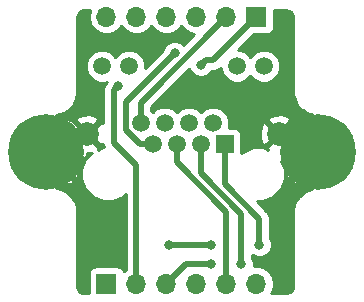
<source format=gbr>
G04 #@! TF.GenerationSoftware,KiCad,Pcbnew,(5.0.2)-1*
G04 #@! TF.CreationDate,2018-12-29T13:39:34-05:00*
G04 #@! TF.ProjectId,8P8C+LED_Horizontal_with_mounts,38503843-2b4c-4454-945f-486f72697a6f,rev?*
G04 #@! TF.SameCoordinates,Original*
G04 #@! TF.FileFunction,Copper,L2,Bot*
G04 #@! TF.FilePolarity,Positive*
%FSLAX46Y46*%
G04 Gerber Fmt 4.6, Leading zero omitted, Abs format (unit mm)*
G04 Created by KiCad (PCBNEW (5.0.2)-1) date 12/29/2018 1:39:34 PM*
%MOMM*%
%LPD*%
G01*
G04 APERTURE LIST*
G04 #@! TA.AperFunction,ComponentPad*
%ADD10C,1.500000*%
G04 #@! TD*
G04 #@! TA.AperFunction,ComponentPad*
%ADD11C,2.000000*%
G04 #@! TD*
G04 #@! TA.AperFunction,ComponentPad*
%ADD12R,1.500000X1.500000*%
G04 #@! TD*
G04 #@! TA.AperFunction,ComponentPad*
%ADD13C,0.800000*%
G04 #@! TD*
G04 #@! TA.AperFunction,ComponentPad*
%ADD14C,6.400000*%
G04 #@! TD*
G04 #@! TA.AperFunction,ComponentPad*
%ADD15R,1.700000X1.700000*%
G04 #@! TD*
G04 #@! TA.AperFunction,ComponentPad*
%ADD16O,1.700000X1.700000*%
G04 #@! TD*
G04 #@! TA.AperFunction,ViaPad*
%ADD17C,0.800000*%
G04 #@! TD*
G04 #@! TA.AperFunction,Conductor*
%ADD18C,0.525000*%
G04 #@! TD*
G04 #@! TA.AperFunction,Conductor*
%ADD19C,0.254000*%
G04 #@! TD*
G04 APERTURE END LIST*
D10*
G04 #@! TO.P,J1,12*
G04 #@! TO.N,/Y+*
X134233000Y-98175000D03*
G04 #@! TO.P,J1,11*
G04 #@! TO.N,/Y-*
X136523000Y-98175000D03*
G04 #@! TO.P,J1,10*
G04 #@! TO.N,/G+*
X145663000Y-98175000D03*
G04 #@! TO.P,J1,9*
G04 #@! TO.N,/G-*
X147953000Y-98175000D03*
D11*
G04 #@! TO.P,J1,SH*
G04 #@! TO.N,GND*
X149223000Y-103885000D03*
X132963000Y-103885000D03*
D10*
G04 #@! TO.P,J1,8*
G04 #@! TO.N,/Pin8*
X137513000Y-102995000D03*
G04 #@! TO.P,J1,6*
G04 #@! TO.N,/Pin6*
X139553000Y-102995000D03*
G04 #@! TO.P,J1,4*
G04 #@! TO.N,/Pin4*
X141593000Y-102995000D03*
G04 #@! TO.P,J1,2*
G04 #@! TO.N,/Pin2*
X143633000Y-102995000D03*
G04 #@! TO.P,J1,7*
G04 #@! TO.N,/Pin7*
X138533000Y-104775000D03*
G04 #@! TO.P,J1,5*
G04 #@! TO.N,/Pin5*
X140573000Y-104775000D03*
G04 #@! TO.P,J1,3*
G04 #@! TO.N,/Pin3*
X142613000Y-104775000D03*
D12*
G04 #@! TO.P,J1,1*
G04 #@! TO.N,/Pin1*
X144653000Y-104775000D03*
G04 #@! TD*
D13*
G04 #@! TO.P,H1,1*
G04 #@! TO.N,GND*
X131237056Y-103712944D03*
X129540000Y-103010000D03*
X127842944Y-103712944D03*
X127140000Y-105410000D03*
X127842944Y-107107056D03*
X129540000Y-107810000D03*
X131237056Y-107107056D03*
X131940000Y-105410000D03*
D14*
X129540000Y-105410000D03*
G04 #@! TD*
G04 #@! TO.P,H2,1*
G04 #@! TO.N,GND*
X152540000Y-105410000D03*
D13*
X154940000Y-105410000D03*
X154237056Y-107107056D03*
X152540000Y-107810000D03*
X150842944Y-107107056D03*
X150140000Y-105410000D03*
X150842944Y-103712944D03*
X152540000Y-103010000D03*
X154237056Y-103712944D03*
G04 #@! TD*
D15*
G04 #@! TO.P,J2,1*
G04 #@! TO.N,/Pin1*
X134620000Y-116586000D03*
D16*
G04 #@! TO.P,J2,2*
G04 #@! TO.N,/Pin2*
X137160000Y-116586000D03*
G04 #@! TO.P,J2,3*
G04 #@! TO.N,/Pin3*
X139700000Y-116586000D03*
G04 #@! TO.P,J2,4*
G04 #@! TO.N,/Pin4*
X142240000Y-116586000D03*
G04 #@! TO.P,J2,5*
G04 #@! TO.N,/Pin5*
X144780000Y-116586000D03*
G04 #@! TO.P,J2,6*
G04 #@! TO.N,/Pin6*
X147320000Y-116586000D03*
G04 #@! TD*
G04 #@! TO.P,J3,6*
G04 #@! TO.N,/Y+*
X134620000Y-93980000D03*
G04 #@! TO.P,J3,5*
G04 #@! TO.N,/Y-*
X137160000Y-93980000D03*
G04 #@! TO.P,J3,4*
G04 #@! TO.N,/G+*
X139700000Y-93980000D03*
G04 #@! TO.P,J3,3*
G04 #@! TO.N,/G-*
X142240000Y-93980000D03*
G04 #@! TO.P,J3,2*
G04 #@! TO.N,/Pin8*
X144780000Y-93980000D03*
D15*
G04 #@! TO.P,J3,1*
G04 #@! TO.N,/Pin7*
X147320000Y-93980000D03*
G04 #@! TD*
D17*
G04 #@! TO.N,/Pin2*
X135636000Y-99822000D03*
G04 #@! TO.N,/Pin7*
X140388265Y-97081265D03*
X142621000Y-98044000D03*
G04 #@! TO.N,/Pin3*
X146050000Y-114935000D03*
X143510000Y-114935000D03*
G04 #@! TO.N,/Pin1*
X147574000Y-113284000D03*
X143510000Y-113284000D03*
X139954000Y-113284000D03*
G04 #@! TD*
D18*
G04 #@! TO.N,/Pin8*
X137513000Y-101247000D02*
X144780000Y-93980000D01*
X137513000Y-102995000D02*
X137513000Y-101247000D01*
G04 #@! TO.N,/Pin2*
X137160000Y-115383919D02*
X137160000Y-116586000D01*
X137160000Y-106568498D02*
X137160000Y-115383919D01*
X135236001Y-104644499D02*
X137160000Y-106568498D01*
X135236001Y-100221999D02*
X135236001Y-104644499D01*
X135636000Y-99822000D02*
X135236001Y-100221999D01*
G04 #@! TO.N,/Pin7*
X136250499Y-101219031D02*
X140388265Y-97081265D01*
X136250499Y-103553159D02*
X136250499Y-101219031D01*
X138533000Y-104775000D02*
X137472340Y-104775000D01*
X137472340Y-104775000D02*
X136250499Y-103553159D01*
X143655999Y-97644001D02*
X147320000Y-93980000D01*
X143020999Y-97644001D02*
X143655999Y-97644001D01*
X142621000Y-98044000D02*
X143020999Y-97644001D01*
G04 #@! TO.N,/Pin5*
X140573000Y-106283000D02*
X140573000Y-104775000D01*
X144780000Y-116586000D02*
X144780000Y-110490000D01*
X144780000Y-110490000D02*
X140573000Y-106283000D01*
G04 #@! TO.N,/Pin3*
X146050000Y-110663976D02*
X146050000Y-114935000D01*
X142613000Y-104775000D02*
X142613000Y-107226976D01*
X142613000Y-107226976D02*
X146050000Y-110663976D01*
X141351000Y-114935000D02*
X139700000Y-116586000D01*
X143510000Y-114935000D02*
X141351000Y-114935000D01*
G04 #@! TO.N,/Pin1*
X147574000Y-111091948D02*
X147574000Y-113284000D01*
X144653000Y-104775000D02*
X144653000Y-108170948D01*
X144653000Y-108170948D02*
X147574000Y-111091948D01*
X143510000Y-113284000D02*
X139954000Y-113284000D01*
G04 #@! TD*
D19*
G04 #@! TO.N,GND*
G36*
X154430804Y-103698802D02*
X154416661Y-103712944D01*
X154430804Y-103727087D01*
X154251199Y-103906692D01*
X154237056Y-103892549D01*
X153699311Y-104430294D01*
X153724033Y-104635124D01*
X154109585Y-104759193D01*
X154222647Y-104872255D01*
X154017820Y-104896977D01*
X153891691Y-105288931D01*
X153925158Y-105699318D01*
X154017820Y-105923023D01*
X154222647Y-105947745D01*
X154105762Y-106064630D01*
X154119351Y-106078219D01*
X153947738Y-106092214D01*
X153724033Y-106184876D01*
X153699311Y-106389706D01*
X154237056Y-106927451D01*
X154251199Y-106913309D01*
X154430804Y-107092914D01*
X154416661Y-107107056D01*
X154430804Y-107121199D01*
X154251199Y-107300804D01*
X154237056Y-107286661D01*
X154222914Y-107300804D01*
X154043309Y-107121199D01*
X154057451Y-107107056D01*
X153519706Y-106569311D01*
X153314876Y-106594033D01*
X153190807Y-106979585D01*
X153077745Y-107092647D01*
X153053023Y-106887820D01*
X152661069Y-106761691D01*
X152250682Y-106795158D01*
X152026977Y-106887820D01*
X152002255Y-107092647D01*
X151885370Y-106975762D01*
X151871781Y-106989351D01*
X151857786Y-106817738D01*
X151765124Y-106594033D01*
X151560294Y-106569311D01*
X151022549Y-107107056D01*
X151036692Y-107121199D01*
X150857087Y-107300804D01*
X150842944Y-107286661D01*
X150305199Y-107824406D01*
X150329921Y-108029236D01*
X150721875Y-108155365D01*
X151132262Y-108121898D01*
X151355967Y-108029236D01*
X151380689Y-107824409D01*
X151497574Y-107941294D01*
X151511163Y-107927705D01*
X151525158Y-108099318D01*
X151617820Y-108323023D01*
X151822650Y-108347745D01*
X152360395Y-107810000D01*
X152346253Y-107795858D01*
X152525858Y-107616253D01*
X152540000Y-107630395D01*
X152554143Y-107616253D01*
X152733748Y-107795858D01*
X152719605Y-107810000D01*
X152733748Y-107824143D01*
X152554143Y-108003748D01*
X152540000Y-107989605D01*
X152002255Y-108527350D01*
X152006178Y-108559849D01*
X151936632Y-108572112D01*
X151522165Y-108722966D01*
X151308621Y-108846256D01*
X151308620Y-108846257D01*
X150970744Y-109129769D01*
X150839614Y-109286044D01*
X150812247Y-109318659D01*
X150591714Y-109700632D01*
X150591711Y-109700635D01*
X150507376Y-109932344D01*
X150432122Y-110359135D01*
X150420000Y-110420075D01*
X150420001Y-116777875D01*
X150375935Y-117027787D01*
X150280596Y-117192919D01*
X150134524Y-117315488D01*
X149925532Y-117391555D01*
X149829004Y-117400000D01*
X148562096Y-117400000D01*
X148718839Y-117165418D01*
X148834092Y-116586000D01*
X148718839Y-116006582D01*
X148390625Y-115515375D01*
X147899418Y-115187161D01*
X147466256Y-115101000D01*
X147173744Y-115101000D01*
X147085000Y-115118652D01*
X147085000Y-114729126D01*
X146947500Y-114397171D01*
X146947500Y-114121211D01*
X146987720Y-114161431D01*
X147368126Y-114319000D01*
X147779874Y-114319000D01*
X148160280Y-114161431D01*
X148451431Y-113870280D01*
X148609000Y-113489874D01*
X148609000Y-113078126D01*
X148471500Y-112746171D01*
X148471500Y-111180339D01*
X148489082Y-111091948D01*
X148471500Y-111003557D01*
X148471500Y-111003553D01*
X148419426Y-110741761D01*
X148333585Y-110613291D01*
X148271133Y-110519824D01*
X148271131Y-110519822D01*
X148221061Y-110444887D01*
X148146126Y-110394817D01*
X147326309Y-109575000D01*
X147892542Y-109575000D01*
X148723187Y-109230935D01*
X149358935Y-108595187D01*
X149703000Y-107764542D01*
X149703000Y-106865458D01*
X149417618Y-106176486D01*
X149485370Y-106244238D01*
X149602255Y-106127353D01*
X149626977Y-106332180D01*
X150012529Y-106456249D01*
X150125591Y-106569311D01*
X149920764Y-106594033D01*
X149794635Y-106985987D01*
X149828102Y-107396374D01*
X149920764Y-107620079D01*
X150125594Y-107644801D01*
X150663339Y-107107056D01*
X150649197Y-107092914D01*
X150828802Y-106913309D01*
X150842944Y-106927451D01*
X151380689Y-106389706D01*
X151355967Y-106184876D01*
X150970415Y-106060807D01*
X150857353Y-105947745D01*
X151062180Y-105923023D01*
X151188309Y-105531069D01*
X151154842Y-105120682D01*
X151062180Y-104896977D01*
X150857353Y-104872255D01*
X150974238Y-104755370D01*
X150960649Y-104741781D01*
X151132262Y-104727786D01*
X151355967Y-104635124D01*
X151380689Y-104430294D01*
X150860031Y-103909636D01*
X150845994Y-103530289D01*
X150857087Y-103519197D01*
X151036692Y-103698802D01*
X151022549Y-103712944D01*
X151560294Y-104250689D01*
X151765124Y-104225967D01*
X151889193Y-103840415D01*
X152002255Y-103727353D01*
X152026977Y-103932180D01*
X152418931Y-104058309D01*
X152829318Y-104024842D01*
X153053023Y-103932180D01*
X153077745Y-103727353D01*
X153194630Y-103844238D01*
X153208219Y-103830649D01*
X153222214Y-104002262D01*
X153314876Y-104225967D01*
X153519706Y-104250689D01*
X154057451Y-103712944D01*
X154043309Y-103698802D01*
X154222914Y-103519197D01*
X154237056Y-103533339D01*
X154251199Y-103519197D01*
X154430804Y-103698802D01*
X154430804Y-103698802D01*
G37*
X154430804Y-103698802D02*
X154416661Y-103712944D01*
X154430804Y-103727087D01*
X154251199Y-103906692D01*
X154237056Y-103892549D01*
X153699311Y-104430294D01*
X153724033Y-104635124D01*
X154109585Y-104759193D01*
X154222647Y-104872255D01*
X154017820Y-104896977D01*
X153891691Y-105288931D01*
X153925158Y-105699318D01*
X154017820Y-105923023D01*
X154222647Y-105947745D01*
X154105762Y-106064630D01*
X154119351Y-106078219D01*
X153947738Y-106092214D01*
X153724033Y-106184876D01*
X153699311Y-106389706D01*
X154237056Y-106927451D01*
X154251199Y-106913309D01*
X154430804Y-107092914D01*
X154416661Y-107107056D01*
X154430804Y-107121199D01*
X154251199Y-107300804D01*
X154237056Y-107286661D01*
X154222914Y-107300804D01*
X154043309Y-107121199D01*
X154057451Y-107107056D01*
X153519706Y-106569311D01*
X153314876Y-106594033D01*
X153190807Y-106979585D01*
X153077745Y-107092647D01*
X153053023Y-106887820D01*
X152661069Y-106761691D01*
X152250682Y-106795158D01*
X152026977Y-106887820D01*
X152002255Y-107092647D01*
X151885370Y-106975762D01*
X151871781Y-106989351D01*
X151857786Y-106817738D01*
X151765124Y-106594033D01*
X151560294Y-106569311D01*
X151022549Y-107107056D01*
X151036692Y-107121199D01*
X150857087Y-107300804D01*
X150842944Y-107286661D01*
X150305199Y-107824406D01*
X150329921Y-108029236D01*
X150721875Y-108155365D01*
X151132262Y-108121898D01*
X151355967Y-108029236D01*
X151380689Y-107824409D01*
X151497574Y-107941294D01*
X151511163Y-107927705D01*
X151525158Y-108099318D01*
X151617820Y-108323023D01*
X151822650Y-108347745D01*
X152360395Y-107810000D01*
X152346253Y-107795858D01*
X152525858Y-107616253D01*
X152540000Y-107630395D01*
X152554143Y-107616253D01*
X152733748Y-107795858D01*
X152719605Y-107810000D01*
X152733748Y-107824143D01*
X152554143Y-108003748D01*
X152540000Y-107989605D01*
X152002255Y-108527350D01*
X152006178Y-108559849D01*
X151936632Y-108572112D01*
X151522165Y-108722966D01*
X151308621Y-108846256D01*
X151308620Y-108846257D01*
X150970744Y-109129769D01*
X150839614Y-109286044D01*
X150812247Y-109318659D01*
X150591714Y-109700632D01*
X150591711Y-109700635D01*
X150507376Y-109932344D01*
X150432122Y-110359135D01*
X150420000Y-110420075D01*
X150420001Y-116777875D01*
X150375935Y-117027787D01*
X150280596Y-117192919D01*
X150134524Y-117315488D01*
X149925532Y-117391555D01*
X149829004Y-117400000D01*
X148562096Y-117400000D01*
X148718839Y-117165418D01*
X148834092Y-116586000D01*
X148718839Y-116006582D01*
X148390625Y-115515375D01*
X147899418Y-115187161D01*
X147466256Y-115101000D01*
X147173744Y-115101000D01*
X147085000Y-115118652D01*
X147085000Y-114729126D01*
X146947500Y-114397171D01*
X146947500Y-114121211D01*
X146987720Y-114161431D01*
X147368126Y-114319000D01*
X147779874Y-114319000D01*
X148160280Y-114161431D01*
X148451431Y-113870280D01*
X148609000Y-113489874D01*
X148609000Y-113078126D01*
X148471500Y-112746171D01*
X148471500Y-111180339D01*
X148489082Y-111091948D01*
X148471500Y-111003557D01*
X148471500Y-111003553D01*
X148419426Y-110741761D01*
X148333585Y-110613291D01*
X148271133Y-110519824D01*
X148271131Y-110519822D01*
X148221061Y-110444887D01*
X148146126Y-110394817D01*
X147326309Y-109575000D01*
X147892542Y-109575000D01*
X148723187Y-109230935D01*
X149358935Y-108595187D01*
X149703000Y-107764542D01*
X149703000Y-106865458D01*
X149417618Y-106176486D01*
X149485370Y-106244238D01*
X149602255Y-106127353D01*
X149626977Y-106332180D01*
X150012529Y-106456249D01*
X150125591Y-106569311D01*
X149920764Y-106594033D01*
X149794635Y-106985987D01*
X149828102Y-107396374D01*
X149920764Y-107620079D01*
X150125594Y-107644801D01*
X150663339Y-107107056D01*
X150649197Y-107092914D01*
X150828802Y-106913309D01*
X150842944Y-106927451D01*
X151380689Y-106389706D01*
X151355967Y-106184876D01*
X150970415Y-106060807D01*
X150857353Y-105947745D01*
X151062180Y-105923023D01*
X151188309Y-105531069D01*
X151154842Y-105120682D01*
X151062180Y-104896977D01*
X150857353Y-104872255D01*
X150974238Y-104755370D01*
X150960649Y-104741781D01*
X151132262Y-104727786D01*
X151355967Y-104635124D01*
X151380689Y-104430294D01*
X150860031Y-103909636D01*
X150845994Y-103530289D01*
X150857087Y-103519197D01*
X151036692Y-103698802D01*
X151022549Y-103712944D01*
X151560294Y-104250689D01*
X151765124Y-104225967D01*
X151889193Y-103840415D01*
X152002255Y-103727353D01*
X152026977Y-103932180D01*
X152418931Y-104058309D01*
X152829318Y-104024842D01*
X153053023Y-103932180D01*
X153077745Y-103727353D01*
X153194630Y-103844238D01*
X153208219Y-103830649D01*
X153222214Y-104002262D01*
X153314876Y-104225967D01*
X153519706Y-104250689D01*
X154057451Y-103712944D01*
X154043309Y-103698802D01*
X154222914Y-103519197D01*
X154237056Y-103533339D01*
X154251199Y-103519197D01*
X154430804Y-103698802D01*
G36*
X131317092Y-103620461D02*
X131324954Y-103832936D01*
X131251199Y-103906692D01*
X131237056Y-103892549D01*
X130699311Y-104430294D01*
X130724033Y-104635124D01*
X131109585Y-104759193D01*
X131222647Y-104872255D01*
X131017820Y-104896977D01*
X130891691Y-105288931D01*
X130925158Y-105699318D01*
X131017820Y-105923023D01*
X131222647Y-105947745D01*
X131105762Y-106064630D01*
X131119351Y-106078219D01*
X130947738Y-106092214D01*
X130724033Y-106184876D01*
X130699311Y-106389706D01*
X131237056Y-106927451D01*
X131251199Y-106913309D01*
X131430804Y-107092914D01*
X131416661Y-107107056D01*
X131954406Y-107644801D01*
X132159236Y-107620079D01*
X132285365Y-107228125D01*
X132251898Y-106817738D01*
X132159236Y-106594033D01*
X131954409Y-106569311D01*
X132071294Y-106452426D01*
X132057705Y-106438837D01*
X132229318Y-106424842D01*
X132453023Y-106332180D01*
X132477745Y-106127350D01*
X131940000Y-105589605D01*
X131925858Y-105603748D01*
X131746253Y-105424143D01*
X131760395Y-105410000D01*
X131746253Y-105395858D01*
X131925858Y-105216253D01*
X131940000Y-105230395D01*
X131954143Y-105216253D01*
X132133748Y-105395858D01*
X132119605Y-105410000D01*
X132657350Y-105947745D01*
X132862180Y-105923023D01*
X132988309Y-105531069D01*
X132987424Y-105520215D01*
X133348460Y-105506856D01*
X133359662Y-105502216D01*
X132827065Y-106034813D01*
X132483000Y-106865458D01*
X132483000Y-107764542D01*
X132827065Y-108595187D01*
X133462813Y-109230935D01*
X134293458Y-109575000D01*
X135192542Y-109575000D01*
X136023187Y-109230935D01*
X136262500Y-108991622D01*
X136262501Y-115295520D01*
X136262500Y-115295525D01*
X136262500Y-115399697D01*
X136089375Y-115515375D01*
X136077184Y-115533619D01*
X136068157Y-115488235D01*
X135927809Y-115278191D01*
X135717765Y-115137843D01*
X135470000Y-115088560D01*
X133770000Y-115088560D01*
X133522235Y-115137843D01*
X133312191Y-115278191D01*
X133171843Y-115488235D01*
X133122560Y-115736000D01*
X133122560Y-117400000D01*
X132777119Y-117400000D01*
X132527213Y-117355935D01*
X132362081Y-117260596D01*
X132239512Y-117114524D01*
X132163445Y-116905532D01*
X132155000Y-116809004D01*
X132155000Y-110420074D01*
X132148920Y-110389507D01*
X132133004Y-110207587D01*
X132108997Y-110117990D01*
X132092888Y-110026632D01*
X131942034Y-109612165D01*
X131818744Y-109398621D01*
X131818743Y-109398620D01*
X131535231Y-109060744D01*
X131346340Y-108902246D01*
X131346338Y-108902245D01*
X130964367Y-108681713D01*
X130964368Y-108681713D01*
X130964365Y-108681711D01*
X130732656Y-108597376D01*
X130315115Y-108523753D01*
X130374238Y-108464630D01*
X130257353Y-108347745D01*
X130462180Y-108323023D01*
X130586249Y-107937471D01*
X130699311Y-107824409D01*
X130724033Y-108029236D01*
X131115987Y-108155365D01*
X131526374Y-108121898D01*
X131750079Y-108029236D01*
X131774801Y-107824406D01*
X131237056Y-107286661D01*
X131222914Y-107300804D01*
X131043309Y-107121199D01*
X131057451Y-107107056D01*
X130519706Y-106569311D01*
X130314876Y-106594033D01*
X130190807Y-106979585D01*
X130077745Y-107092647D01*
X130053023Y-106887820D01*
X129661069Y-106761691D01*
X129250682Y-106795158D01*
X129026977Y-106887820D01*
X129002255Y-107092647D01*
X128885370Y-106975762D01*
X128871781Y-106989351D01*
X128857786Y-106817738D01*
X128765124Y-106594033D01*
X128560294Y-106569311D01*
X128022549Y-107107056D01*
X128036692Y-107121199D01*
X127857087Y-107300804D01*
X127842944Y-107286661D01*
X127828802Y-107300804D01*
X127649197Y-107121199D01*
X127663339Y-107107056D01*
X127649197Y-107092914D01*
X127828802Y-106913309D01*
X127842944Y-106927451D01*
X128380689Y-106389706D01*
X128355967Y-106184876D01*
X127970415Y-106060807D01*
X127857353Y-105947745D01*
X128062180Y-105923023D01*
X128188309Y-105531069D01*
X128154842Y-105120682D01*
X128062180Y-104896977D01*
X127857353Y-104872255D01*
X127974238Y-104755370D01*
X127960649Y-104741781D01*
X128132262Y-104727786D01*
X128355967Y-104635124D01*
X128380689Y-104430294D01*
X127842944Y-103892549D01*
X127828802Y-103906692D01*
X127649197Y-103727087D01*
X127663339Y-103712944D01*
X127649197Y-103698802D01*
X127828802Y-103519197D01*
X127842944Y-103533339D01*
X127857087Y-103519197D01*
X128036692Y-103698802D01*
X128022549Y-103712944D01*
X128560294Y-104250689D01*
X128765124Y-104225967D01*
X128889193Y-103840415D01*
X129002255Y-103727353D01*
X129026977Y-103932180D01*
X129418931Y-104058309D01*
X129829318Y-104024842D01*
X130053023Y-103932180D01*
X130077745Y-103727353D01*
X130194630Y-103844238D01*
X130208219Y-103830649D01*
X130222214Y-104002262D01*
X130314876Y-104225967D01*
X130519706Y-104250689D01*
X131057451Y-103712944D01*
X131043309Y-103698802D01*
X131222914Y-103519197D01*
X131237056Y-103533339D01*
X131415903Y-103354492D01*
X131317092Y-103620461D01*
X131317092Y-103620461D01*
G37*
X131317092Y-103620461D02*
X131324954Y-103832936D01*
X131251199Y-103906692D01*
X131237056Y-103892549D01*
X130699311Y-104430294D01*
X130724033Y-104635124D01*
X131109585Y-104759193D01*
X131222647Y-104872255D01*
X131017820Y-104896977D01*
X130891691Y-105288931D01*
X130925158Y-105699318D01*
X131017820Y-105923023D01*
X131222647Y-105947745D01*
X131105762Y-106064630D01*
X131119351Y-106078219D01*
X130947738Y-106092214D01*
X130724033Y-106184876D01*
X130699311Y-106389706D01*
X131237056Y-106927451D01*
X131251199Y-106913309D01*
X131430804Y-107092914D01*
X131416661Y-107107056D01*
X131954406Y-107644801D01*
X132159236Y-107620079D01*
X132285365Y-107228125D01*
X132251898Y-106817738D01*
X132159236Y-106594033D01*
X131954409Y-106569311D01*
X132071294Y-106452426D01*
X132057705Y-106438837D01*
X132229318Y-106424842D01*
X132453023Y-106332180D01*
X132477745Y-106127350D01*
X131940000Y-105589605D01*
X131925858Y-105603748D01*
X131746253Y-105424143D01*
X131760395Y-105410000D01*
X131746253Y-105395858D01*
X131925858Y-105216253D01*
X131940000Y-105230395D01*
X131954143Y-105216253D01*
X132133748Y-105395858D01*
X132119605Y-105410000D01*
X132657350Y-105947745D01*
X132862180Y-105923023D01*
X132988309Y-105531069D01*
X132987424Y-105520215D01*
X133348460Y-105506856D01*
X133359662Y-105502216D01*
X132827065Y-106034813D01*
X132483000Y-106865458D01*
X132483000Y-107764542D01*
X132827065Y-108595187D01*
X133462813Y-109230935D01*
X134293458Y-109575000D01*
X135192542Y-109575000D01*
X136023187Y-109230935D01*
X136262500Y-108991622D01*
X136262501Y-115295520D01*
X136262500Y-115295525D01*
X136262500Y-115399697D01*
X136089375Y-115515375D01*
X136077184Y-115533619D01*
X136068157Y-115488235D01*
X135927809Y-115278191D01*
X135717765Y-115137843D01*
X135470000Y-115088560D01*
X133770000Y-115088560D01*
X133522235Y-115137843D01*
X133312191Y-115278191D01*
X133171843Y-115488235D01*
X133122560Y-115736000D01*
X133122560Y-117400000D01*
X132777119Y-117400000D01*
X132527213Y-117355935D01*
X132362081Y-117260596D01*
X132239512Y-117114524D01*
X132163445Y-116905532D01*
X132155000Y-116809004D01*
X132155000Y-110420074D01*
X132148920Y-110389507D01*
X132133004Y-110207587D01*
X132108997Y-110117990D01*
X132092888Y-110026632D01*
X131942034Y-109612165D01*
X131818744Y-109398621D01*
X131818743Y-109398620D01*
X131535231Y-109060744D01*
X131346340Y-108902246D01*
X131346338Y-108902245D01*
X130964367Y-108681713D01*
X130964368Y-108681713D01*
X130964365Y-108681711D01*
X130732656Y-108597376D01*
X130315115Y-108523753D01*
X130374238Y-108464630D01*
X130257353Y-108347745D01*
X130462180Y-108323023D01*
X130586249Y-107937471D01*
X130699311Y-107824409D01*
X130724033Y-108029236D01*
X131115987Y-108155365D01*
X131526374Y-108121898D01*
X131750079Y-108029236D01*
X131774801Y-107824406D01*
X131237056Y-107286661D01*
X131222914Y-107300804D01*
X131043309Y-107121199D01*
X131057451Y-107107056D01*
X130519706Y-106569311D01*
X130314876Y-106594033D01*
X130190807Y-106979585D01*
X130077745Y-107092647D01*
X130053023Y-106887820D01*
X129661069Y-106761691D01*
X129250682Y-106795158D01*
X129026977Y-106887820D01*
X129002255Y-107092647D01*
X128885370Y-106975762D01*
X128871781Y-106989351D01*
X128857786Y-106817738D01*
X128765124Y-106594033D01*
X128560294Y-106569311D01*
X128022549Y-107107056D01*
X128036692Y-107121199D01*
X127857087Y-107300804D01*
X127842944Y-107286661D01*
X127828802Y-107300804D01*
X127649197Y-107121199D01*
X127663339Y-107107056D01*
X127649197Y-107092914D01*
X127828802Y-106913309D01*
X127842944Y-106927451D01*
X128380689Y-106389706D01*
X128355967Y-106184876D01*
X127970415Y-106060807D01*
X127857353Y-105947745D01*
X128062180Y-105923023D01*
X128188309Y-105531069D01*
X128154842Y-105120682D01*
X128062180Y-104896977D01*
X127857353Y-104872255D01*
X127974238Y-104755370D01*
X127960649Y-104741781D01*
X128132262Y-104727786D01*
X128355967Y-104635124D01*
X128380689Y-104430294D01*
X127842944Y-103892549D01*
X127828802Y-103906692D01*
X127649197Y-103727087D01*
X127663339Y-103712944D01*
X127649197Y-103698802D01*
X127828802Y-103519197D01*
X127842944Y-103533339D01*
X127857087Y-103519197D01*
X128036692Y-103698802D01*
X128022549Y-103712944D01*
X128560294Y-104250689D01*
X128765124Y-104225967D01*
X128889193Y-103840415D01*
X129002255Y-103727353D01*
X129026977Y-103932180D01*
X129418931Y-104058309D01*
X129829318Y-104024842D01*
X130053023Y-103932180D01*
X130077745Y-103727353D01*
X130194630Y-103844238D01*
X130208219Y-103830649D01*
X130222214Y-104002262D01*
X130314876Y-104225967D01*
X130519706Y-104250689D01*
X131057451Y-103712944D01*
X131043309Y-103698802D01*
X131222914Y-103519197D01*
X131237056Y-103533339D01*
X131415903Y-103354492D01*
X131317092Y-103620461D01*
G36*
X129733748Y-107795858D02*
X129719605Y-107810000D01*
X129733748Y-107824143D01*
X129554143Y-108003748D01*
X129540000Y-107989605D01*
X129525858Y-108003748D01*
X129346253Y-107824143D01*
X129360395Y-107810000D01*
X129346253Y-107795858D01*
X129525858Y-107616253D01*
X129540000Y-107630395D01*
X129554143Y-107616253D01*
X129733748Y-107795858D01*
X129733748Y-107795858D01*
G37*
X129733748Y-107795858D02*
X129719605Y-107810000D01*
X129733748Y-107824143D01*
X129554143Y-108003748D01*
X129540000Y-107989605D01*
X129525858Y-108003748D01*
X129346253Y-107824143D01*
X129360395Y-107810000D01*
X129346253Y-107795858D01*
X129525858Y-107616253D01*
X129540000Y-107630395D01*
X129554143Y-107616253D01*
X129733748Y-107795858D01*
G36*
X155133748Y-105395858D02*
X155119605Y-105410000D01*
X155133748Y-105424143D01*
X154954143Y-105603748D01*
X154940000Y-105589605D01*
X154925858Y-105603748D01*
X154746253Y-105424143D01*
X154760395Y-105410000D01*
X154746253Y-105395858D01*
X154925858Y-105216253D01*
X154940000Y-105230395D01*
X154954143Y-105216253D01*
X155133748Y-105395858D01*
X155133748Y-105395858D01*
G37*
X155133748Y-105395858D02*
X155119605Y-105410000D01*
X155133748Y-105424143D01*
X154954143Y-105603748D01*
X154940000Y-105589605D01*
X154925858Y-105603748D01*
X154746253Y-105424143D01*
X154760395Y-105410000D01*
X154746253Y-105395858D01*
X154925858Y-105216253D01*
X154940000Y-105230395D01*
X154954143Y-105216253D01*
X155133748Y-105395858D01*
G36*
X150333748Y-105395858D02*
X150319605Y-105410000D01*
X150333748Y-105424143D01*
X150154143Y-105603748D01*
X150140000Y-105589605D01*
X150125858Y-105603748D01*
X149946253Y-105424143D01*
X149960395Y-105410000D01*
X149946253Y-105395858D01*
X149995622Y-105346488D01*
X150097264Y-105304387D01*
X150128772Y-105219167D01*
X150140000Y-105230395D01*
X150154143Y-105216253D01*
X150333748Y-105395858D01*
X150333748Y-105395858D01*
G37*
X150333748Y-105395858D02*
X150319605Y-105410000D01*
X150333748Y-105424143D01*
X150154143Y-105603748D01*
X150140000Y-105589605D01*
X150125858Y-105603748D01*
X149946253Y-105424143D01*
X149960395Y-105410000D01*
X149946253Y-105395858D01*
X149995622Y-105346488D01*
X150097264Y-105304387D01*
X150128772Y-105219167D01*
X150140000Y-105230395D01*
X150154143Y-105216253D01*
X150333748Y-105395858D01*
G36*
X127333748Y-105395858D02*
X127319605Y-105410000D01*
X127333748Y-105424143D01*
X127154143Y-105603748D01*
X127140000Y-105589605D01*
X127125858Y-105603748D01*
X126946253Y-105424143D01*
X126960395Y-105410000D01*
X126946253Y-105395858D01*
X127125858Y-105216253D01*
X127140000Y-105230395D01*
X127154143Y-105216253D01*
X127333748Y-105395858D01*
X127333748Y-105395858D01*
G37*
X127333748Y-105395858D02*
X127319605Y-105410000D01*
X127333748Y-105424143D01*
X127154143Y-105603748D01*
X127140000Y-105589605D01*
X127125858Y-105603748D01*
X126946253Y-105424143D01*
X126960395Y-105410000D01*
X126946253Y-105395858D01*
X127125858Y-105216253D01*
X127140000Y-105230395D01*
X127154143Y-105216253D01*
X127333748Y-105395858D01*
G36*
X150047787Y-93464065D02*
X150212920Y-93559405D01*
X150335488Y-93705477D01*
X150411555Y-93914465D01*
X150420000Y-94010996D01*
X150420001Y-100399926D01*
X150426079Y-100430484D01*
X150441996Y-100612413D01*
X150466003Y-100702010D01*
X150482112Y-100793368D01*
X150632965Y-101207830D01*
X150632966Y-101207835D01*
X150756257Y-101421380D01*
X151039769Y-101759256D01*
X151228660Y-101917754D01*
X151228662Y-101917755D01*
X151610632Y-102138287D01*
X151610633Y-102138287D01*
X151610635Y-102138289D01*
X151842344Y-102222624D01*
X152007198Y-102251692D01*
X152002255Y-102292650D01*
X152540000Y-102830395D01*
X152554143Y-102816253D01*
X152733748Y-102995858D01*
X152719605Y-103010000D01*
X152733748Y-103024143D01*
X152554143Y-103203748D01*
X152540000Y-103189605D01*
X152525858Y-103203748D01*
X152346253Y-103024143D01*
X152360395Y-103010000D01*
X151822650Y-102472255D01*
X151617820Y-102496977D01*
X151493751Y-102882529D01*
X151380689Y-102995591D01*
X151355967Y-102790764D01*
X150964013Y-102664635D01*
X150553626Y-102698102D01*
X150329921Y-102790764D01*
X150307009Y-102980596D01*
X150110596Y-103177009D01*
X149920764Y-103199921D01*
X149841564Y-103446041D01*
X149402605Y-103885000D01*
X149908082Y-104390477D01*
X149850682Y-104395158D01*
X149640580Y-104482185D01*
X149223000Y-104064605D01*
X148250073Y-105037532D01*
X148322355Y-105233035D01*
X147892542Y-105055000D01*
X146993458Y-105055000D01*
X146162813Y-105399065D01*
X146050440Y-105511438D01*
X146050440Y-104025000D01*
X146001157Y-103777235D01*
X145896404Y-103620461D01*
X147577092Y-103620461D01*
X147601144Y-104270460D01*
X147803613Y-104759264D01*
X148070468Y-104857927D01*
X149043395Y-103885000D01*
X148070468Y-102912073D01*
X147803613Y-103010736D01*
X147577092Y-103620461D01*
X145896404Y-103620461D01*
X145860809Y-103567191D01*
X145650765Y-103426843D01*
X145403000Y-103377560D01*
X144973652Y-103377560D01*
X145018000Y-103270494D01*
X145018000Y-102732468D01*
X148250073Y-102732468D01*
X149223000Y-103705395D01*
X150195927Y-102732468D01*
X150097264Y-102465613D01*
X149487539Y-102239092D01*
X148837540Y-102263144D01*
X148348736Y-102465613D01*
X148250073Y-102732468D01*
X145018000Y-102732468D01*
X145018000Y-102719506D01*
X144807147Y-102210460D01*
X144417540Y-101820853D01*
X143908494Y-101610000D01*
X143357506Y-101610000D01*
X142848460Y-101820853D01*
X142613000Y-102056313D01*
X142377540Y-101820853D01*
X141868494Y-101610000D01*
X141317506Y-101610000D01*
X140808460Y-101820853D01*
X140573000Y-102056313D01*
X140337540Y-101820853D01*
X139828494Y-101610000D01*
X139277506Y-101610000D01*
X138768460Y-101820853D01*
X138533000Y-102056313D01*
X138410500Y-101933813D01*
X138410500Y-101618756D01*
X141642640Y-98386616D01*
X141743569Y-98630280D01*
X142034720Y-98921431D01*
X142415126Y-99079000D01*
X142826874Y-99079000D01*
X143207280Y-98921431D01*
X143498431Y-98630280D01*
X143535204Y-98541501D01*
X143567608Y-98541501D01*
X143655999Y-98559083D01*
X143744390Y-98541501D01*
X143744394Y-98541501D01*
X144006186Y-98489427D01*
X144278000Y-98307807D01*
X144278000Y-98450494D01*
X144488853Y-98959540D01*
X144878460Y-99349147D01*
X145387506Y-99560000D01*
X145938494Y-99560000D01*
X146447540Y-99349147D01*
X146808000Y-98988687D01*
X147168460Y-99349147D01*
X147677506Y-99560000D01*
X148228494Y-99560000D01*
X148737540Y-99349147D01*
X149127147Y-98959540D01*
X149338000Y-98450494D01*
X149338000Y-97899506D01*
X149127147Y-97390460D01*
X148737540Y-97000853D01*
X148228494Y-96790000D01*
X147677506Y-96790000D01*
X147168460Y-97000853D01*
X146808000Y-97361313D01*
X146447540Y-97000853D01*
X145938494Y-96790000D01*
X145779256Y-96790000D01*
X147091817Y-95477440D01*
X148170000Y-95477440D01*
X148417765Y-95428157D01*
X148627809Y-95287809D01*
X148768157Y-95077765D01*
X148817440Y-94830000D01*
X148817440Y-93420000D01*
X149797881Y-93420000D01*
X150047787Y-93464065D01*
X150047787Y-93464065D01*
G37*
X150047787Y-93464065D02*
X150212920Y-93559405D01*
X150335488Y-93705477D01*
X150411555Y-93914465D01*
X150420000Y-94010996D01*
X150420001Y-100399926D01*
X150426079Y-100430484D01*
X150441996Y-100612413D01*
X150466003Y-100702010D01*
X150482112Y-100793368D01*
X150632965Y-101207830D01*
X150632966Y-101207835D01*
X150756257Y-101421380D01*
X151039769Y-101759256D01*
X151228660Y-101917754D01*
X151228662Y-101917755D01*
X151610632Y-102138287D01*
X151610633Y-102138287D01*
X151610635Y-102138289D01*
X151842344Y-102222624D01*
X152007198Y-102251692D01*
X152002255Y-102292650D01*
X152540000Y-102830395D01*
X152554143Y-102816253D01*
X152733748Y-102995858D01*
X152719605Y-103010000D01*
X152733748Y-103024143D01*
X152554143Y-103203748D01*
X152540000Y-103189605D01*
X152525858Y-103203748D01*
X152346253Y-103024143D01*
X152360395Y-103010000D01*
X151822650Y-102472255D01*
X151617820Y-102496977D01*
X151493751Y-102882529D01*
X151380689Y-102995591D01*
X151355967Y-102790764D01*
X150964013Y-102664635D01*
X150553626Y-102698102D01*
X150329921Y-102790764D01*
X150307009Y-102980596D01*
X150110596Y-103177009D01*
X149920764Y-103199921D01*
X149841564Y-103446041D01*
X149402605Y-103885000D01*
X149908082Y-104390477D01*
X149850682Y-104395158D01*
X149640580Y-104482185D01*
X149223000Y-104064605D01*
X148250073Y-105037532D01*
X148322355Y-105233035D01*
X147892542Y-105055000D01*
X146993458Y-105055000D01*
X146162813Y-105399065D01*
X146050440Y-105511438D01*
X146050440Y-104025000D01*
X146001157Y-103777235D01*
X145896404Y-103620461D01*
X147577092Y-103620461D01*
X147601144Y-104270460D01*
X147803613Y-104759264D01*
X148070468Y-104857927D01*
X149043395Y-103885000D01*
X148070468Y-102912073D01*
X147803613Y-103010736D01*
X147577092Y-103620461D01*
X145896404Y-103620461D01*
X145860809Y-103567191D01*
X145650765Y-103426843D01*
X145403000Y-103377560D01*
X144973652Y-103377560D01*
X145018000Y-103270494D01*
X145018000Y-102732468D01*
X148250073Y-102732468D01*
X149223000Y-103705395D01*
X150195927Y-102732468D01*
X150097264Y-102465613D01*
X149487539Y-102239092D01*
X148837540Y-102263144D01*
X148348736Y-102465613D01*
X148250073Y-102732468D01*
X145018000Y-102732468D01*
X145018000Y-102719506D01*
X144807147Y-102210460D01*
X144417540Y-101820853D01*
X143908494Y-101610000D01*
X143357506Y-101610000D01*
X142848460Y-101820853D01*
X142613000Y-102056313D01*
X142377540Y-101820853D01*
X141868494Y-101610000D01*
X141317506Y-101610000D01*
X140808460Y-101820853D01*
X140573000Y-102056313D01*
X140337540Y-101820853D01*
X139828494Y-101610000D01*
X139277506Y-101610000D01*
X138768460Y-101820853D01*
X138533000Y-102056313D01*
X138410500Y-101933813D01*
X138410500Y-101618756D01*
X141642640Y-98386616D01*
X141743569Y-98630280D01*
X142034720Y-98921431D01*
X142415126Y-99079000D01*
X142826874Y-99079000D01*
X143207280Y-98921431D01*
X143498431Y-98630280D01*
X143535204Y-98541501D01*
X143567608Y-98541501D01*
X143655999Y-98559083D01*
X143744390Y-98541501D01*
X143744394Y-98541501D01*
X144006186Y-98489427D01*
X144278000Y-98307807D01*
X144278000Y-98450494D01*
X144488853Y-98959540D01*
X144878460Y-99349147D01*
X145387506Y-99560000D01*
X145938494Y-99560000D01*
X146447540Y-99349147D01*
X146808000Y-98988687D01*
X147168460Y-99349147D01*
X147677506Y-99560000D01*
X148228494Y-99560000D01*
X148737540Y-99349147D01*
X149127147Y-98959540D01*
X149338000Y-98450494D01*
X149338000Y-97899506D01*
X149127147Y-97390460D01*
X148737540Y-97000853D01*
X148228494Y-96790000D01*
X147677506Y-96790000D01*
X147168460Y-97000853D01*
X146808000Y-97361313D01*
X146447540Y-97000853D01*
X145938494Y-96790000D01*
X145779256Y-96790000D01*
X147091817Y-95477440D01*
X148170000Y-95477440D01*
X148417765Y-95428157D01*
X148627809Y-95287809D01*
X148768157Y-95077765D01*
X148817440Y-94830000D01*
X148817440Y-93420000D01*
X149797881Y-93420000D01*
X150047787Y-93464065D01*
G36*
X133105908Y-93980000D02*
X133221161Y-94559418D01*
X133549375Y-95050625D01*
X134040582Y-95378839D01*
X134473744Y-95465000D01*
X134766256Y-95465000D01*
X135199418Y-95378839D01*
X135690625Y-95050625D01*
X135890000Y-94752239D01*
X136089375Y-95050625D01*
X136580582Y-95378839D01*
X137013744Y-95465000D01*
X137306256Y-95465000D01*
X137739418Y-95378839D01*
X138230625Y-95050625D01*
X138430000Y-94752239D01*
X138629375Y-95050625D01*
X139120582Y-95378839D01*
X139553744Y-95465000D01*
X139846256Y-95465000D01*
X140279418Y-95378839D01*
X140770625Y-95050625D01*
X140970000Y-94752239D01*
X141169375Y-95050625D01*
X141660582Y-95378839D01*
X142037025Y-95453718D01*
X141130727Y-96360016D01*
X140974545Y-96203834D01*
X140594139Y-96046265D01*
X140182391Y-96046265D01*
X139801985Y-96203834D01*
X139510834Y-96494985D01*
X139373335Y-96826938D01*
X137908000Y-98292273D01*
X137908000Y-97899506D01*
X137697147Y-97390460D01*
X137307540Y-97000853D01*
X136798494Y-96790000D01*
X136247506Y-96790000D01*
X135738460Y-97000853D01*
X135378000Y-97361313D01*
X135017540Y-97000853D01*
X134508494Y-96790000D01*
X133957506Y-96790000D01*
X133448460Y-97000853D01*
X133058853Y-97390460D01*
X132848000Y-97899506D01*
X132848000Y-98450494D01*
X133058853Y-98959540D01*
X133448460Y-99349147D01*
X133957506Y-99560000D01*
X134508494Y-99560000D01*
X134648221Y-99502123D01*
X134629205Y-99548034D01*
X134588940Y-99574938D01*
X134538868Y-99649876D01*
X134514382Y-99686522D01*
X134390575Y-99871813D01*
X134338501Y-100133605D01*
X134338501Y-100133608D01*
X134320919Y-100221999D01*
X134338501Y-100310390D01*
X134338502Y-102994510D01*
X134115532Y-102912073D01*
X133142605Y-103885000D01*
X134115532Y-104857927D01*
X134346394Y-104772571D01*
X134390575Y-104994685D01*
X134430876Y-105055000D01*
X134293458Y-105055000D01*
X133863645Y-105233035D01*
X133935927Y-105037532D01*
X132963000Y-104064605D01*
X132948858Y-104078748D01*
X132769253Y-103899143D01*
X132783395Y-103885000D01*
X132202313Y-103303918D01*
X132159236Y-103199921D01*
X132089954Y-103191559D01*
X131810468Y-102912073D01*
X131766675Y-102928265D01*
X131750079Y-102790764D01*
X131568921Y-102732468D01*
X131990073Y-102732468D01*
X132963000Y-103705395D01*
X133935927Y-102732468D01*
X133837264Y-102465613D01*
X133227539Y-102239092D01*
X132577540Y-102263144D01*
X132088736Y-102465613D01*
X131990073Y-102732468D01*
X131568921Y-102732468D01*
X131358125Y-102664635D01*
X130947738Y-102698102D01*
X130724033Y-102790764D01*
X130699311Y-102995591D01*
X130582426Y-102878706D01*
X130568837Y-102892295D01*
X130554842Y-102720682D01*
X130462180Y-102496977D01*
X130257353Y-102472255D01*
X130374238Y-102355370D01*
X130318983Y-102300115D01*
X130457413Y-102288004D01*
X130547010Y-102263997D01*
X130638368Y-102247888D01*
X131052830Y-102097035D01*
X131052835Y-102097034D01*
X131266380Y-101973743D01*
X131604256Y-101690231D01*
X131762754Y-101501340D01*
X131762755Y-101501338D01*
X131983287Y-101119368D01*
X131983288Y-101119366D01*
X131983289Y-101119365D01*
X132067624Y-100887656D01*
X132142875Y-100460881D01*
X132155000Y-100399926D01*
X132155000Y-94042119D01*
X132199065Y-93792213D01*
X132294405Y-93627080D01*
X132440477Y-93504512D01*
X132649465Y-93428445D01*
X132745996Y-93420000D01*
X133217299Y-93420000D01*
X133105908Y-93980000D01*
X133105908Y-93980000D01*
G37*
X133105908Y-93980000D02*
X133221161Y-94559418D01*
X133549375Y-95050625D01*
X134040582Y-95378839D01*
X134473744Y-95465000D01*
X134766256Y-95465000D01*
X135199418Y-95378839D01*
X135690625Y-95050625D01*
X135890000Y-94752239D01*
X136089375Y-95050625D01*
X136580582Y-95378839D01*
X137013744Y-95465000D01*
X137306256Y-95465000D01*
X137739418Y-95378839D01*
X138230625Y-95050625D01*
X138430000Y-94752239D01*
X138629375Y-95050625D01*
X139120582Y-95378839D01*
X139553744Y-95465000D01*
X139846256Y-95465000D01*
X140279418Y-95378839D01*
X140770625Y-95050625D01*
X140970000Y-94752239D01*
X141169375Y-95050625D01*
X141660582Y-95378839D01*
X142037025Y-95453718D01*
X141130727Y-96360016D01*
X140974545Y-96203834D01*
X140594139Y-96046265D01*
X140182391Y-96046265D01*
X139801985Y-96203834D01*
X139510834Y-96494985D01*
X139373335Y-96826938D01*
X137908000Y-98292273D01*
X137908000Y-97899506D01*
X137697147Y-97390460D01*
X137307540Y-97000853D01*
X136798494Y-96790000D01*
X136247506Y-96790000D01*
X135738460Y-97000853D01*
X135378000Y-97361313D01*
X135017540Y-97000853D01*
X134508494Y-96790000D01*
X133957506Y-96790000D01*
X133448460Y-97000853D01*
X133058853Y-97390460D01*
X132848000Y-97899506D01*
X132848000Y-98450494D01*
X133058853Y-98959540D01*
X133448460Y-99349147D01*
X133957506Y-99560000D01*
X134508494Y-99560000D01*
X134648221Y-99502123D01*
X134629205Y-99548034D01*
X134588940Y-99574938D01*
X134538868Y-99649876D01*
X134514382Y-99686522D01*
X134390575Y-99871813D01*
X134338501Y-100133605D01*
X134338501Y-100133608D01*
X134320919Y-100221999D01*
X134338501Y-100310390D01*
X134338502Y-102994510D01*
X134115532Y-102912073D01*
X133142605Y-103885000D01*
X134115532Y-104857927D01*
X134346394Y-104772571D01*
X134390575Y-104994685D01*
X134430876Y-105055000D01*
X134293458Y-105055000D01*
X133863645Y-105233035D01*
X133935927Y-105037532D01*
X132963000Y-104064605D01*
X132948858Y-104078748D01*
X132769253Y-103899143D01*
X132783395Y-103885000D01*
X132202313Y-103303918D01*
X132159236Y-103199921D01*
X132089954Y-103191559D01*
X131810468Y-102912073D01*
X131766675Y-102928265D01*
X131750079Y-102790764D01*
X131568921Y-102732468D01*
X131990073Y-102732468D01*
X132963000Y-103705395D01*
X133935927Y-102732468D01*
X133837264Y-102465613D01*
X133227539Y-102239092D01*
X132577540Y-102263144D01*
X132088736Y-102465613D01*
X131990073Y-102732468D01*
X131568921Y-102732468D01*
X131358125Y-102664635D01*
X130947738Y-102698102D01*
X130724033Y-102790764D01*
X130699311Y-102995591D01*
X130582426Y-102878706D01*
X130568837Y-102892295D01*
X130554842Y-102720682D01*
X130462180Y-102496977D01*
X130257353Y-102472255D01*
X130374238Y-102355370D01*
X130318983Y-102300115D01*
X130457413Y-102288004D01*
X130547010Y-102263997D01*
X130638368Y-102247888D01*
X131052830Y-102097035D01*
X131052835Y-102097034D01*
X131266380Y-101973743D01*
X131604256Y-101690231D01*
X131762754Y-101501340D01*
X131762755Y-101501338D01*
X131983287Y-101119368D01*
X131983288Y-101119366D01*
X131983289Y-101119365D01*
X132067624Y-100887656D01*
X132142875Y-100460881D01*
X132155000Y-100399926D01*
X132155000Y-94042119D01*
X132199065Y-93792213D01*
X132294405Y-93627080D01*
X132440477Y-93504512D01*
X132649465Y-93428445D01*
X132745996Y-93420000D01*
X133217299Y-93420000D01*
X133105908Y-93980000D01*
G36*
X129733748Y-102995858D02*
X129719605Y-103010000D01*
X129733748Y-103024143D01*
X129554143Y-103203748D01*
X129540000Y-103189605D01*
X129525858Y-103203748D01*
X129346253Y-103024143D01*
X129360395Y-103010000D01*
X129346253Y-102995858D01*
X129525858Y-102816253D01*
X129540000Y-102830395D01*
X129554143Y-102816253D01*
X129733748Y-102995858D01*
X129733748Y-102995858D01*
G37*
X129733748Y-102995858D02*
X129719605Y-103010000D01*
X129733748Y-103024143D01*
X129554143Y-103203748D01*
X129540000Y-103189605D01*
X129525858Y-103203748D01*
X129346253Y-103024143D01*
X129360395Y-103010000D01*
X129346253Y-102995858D01*
X129525858Y-102816253D01*
X129540000Y-102830395D01*
X129554143Y-102816253D01*
X129733748Y-102995858D01*
G04 #@! TD*
M02*

</source>
